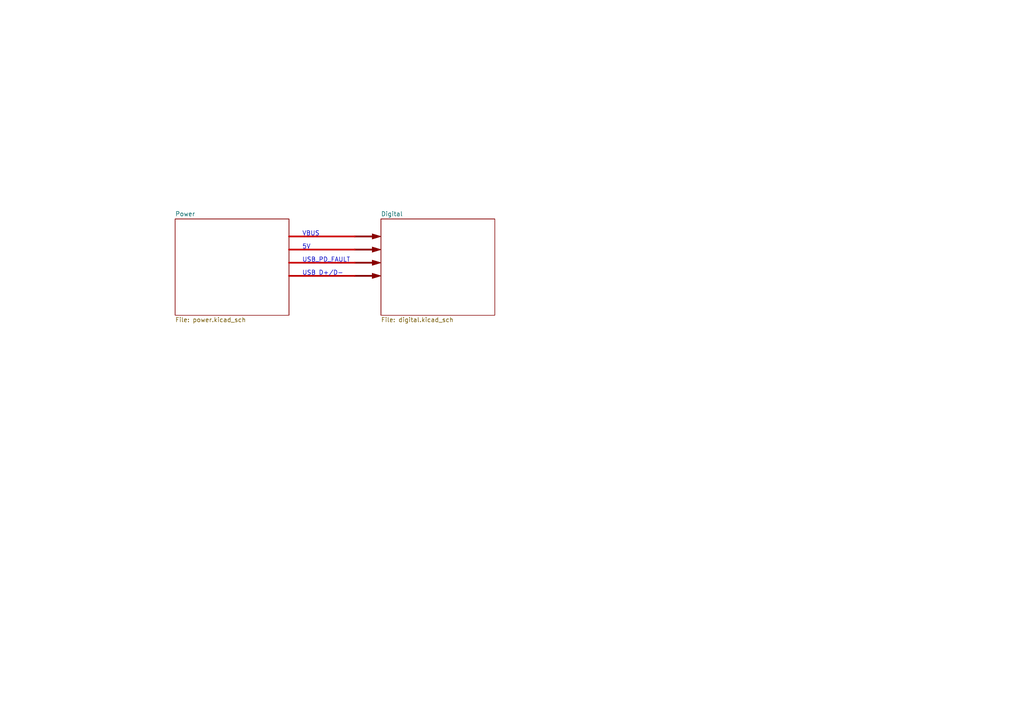
<source format=kicad_sch>
(kicad_sch (version 20230121) (generator eeschema)
  (paper "A4")
  (title_block (title "ExploSnake") (date "2023-10-19") (rev "r1") (company "Team 2"))
  (lib_symbols
    (symbol "Graphic:SYM_Arrow_Large" (in_bom no) (on_board no)
      (symbol "SYM_Arrow_Large_0_1"
        (polyline (pts (xy 2.54 0) (xy -3.81 0)) (stroke (width 0.508)))
        (polyline (pts (xy 3.81 0) (xy 1.27 -0.762) (xy 1.27 0.762) (xy 3.81 0)) (fill (type outline)))
      )
    )
  )
  (polyline (pts (xy 83.82 80.01) (xy 102.87 80.01)) (stroke (width 0.5) (type solid) (color 192 0 0 1)))
  (polyline (pts (xy 83.82 68.58) (xy 102.87 68.58)) (stroke (width 0.5) (type solid) (color 192 0 0 1)))
  (polyline (pts (xy 83.82 76.2) (xy 102.87 76.2)) (stroke (width 0.5) (type solid) (color 192 0 0 1)))
  (polyline (pts (xy 83.82 72.39) (xy 102.87 72.39)) (stroke (width 0.5) (type solid) (color 192 0 0 1)))
  (text "5V" (at 87.63 72.39 0) (effects (font (size 1.27 1.27)) (justify left bottom)))
  (text "USB D+/D-" (at 87.63 80.01 0) (effects (font (size 1.27 1.27)) (justify left bottom)))
  (text "USB_PD_FAULT" (at 87.63 76.2 0) (effects (font (size 1.27 1.27)) (justify left bottom)))
  (text "VBUS" (at 87.63 68.58 0) (effects (font (size 1.27 1.27)) (justify left bottom)))
  (symbol (lib_id "Graphic:SYM_Arrow_Large") (at 106.68 76.2 0) (unit 1) (in_bom no) (on_board no)
    (property "Reference" "#SYM3" (effects hide))
    (property "Value" "SYM_Arrow_Large" (effects hide))
    (property "Sim.Enable" "0" (effects hide))
  )
  (symbol (lib_id "Graphic:SYM_Arrow_Large") (at 106.68 72.39 0) (unit 1) (in_bom no) (on_board no)
    (property "Reference" "#SYM2" (effects hide))
    (property "Value" "SYM_Arrow_Large" (effects hide))
    (property "Sim.Enable" "0" (effects hide))
  )
  (symbol (lib_id "Graphic:SYM_Arrow_Large") (at 106.68 80.01 0) (unit 1) (in_bom no) (on_board no)
    (property "Reference" "#SYM4" (effects hide))
    (property "Value" "SYM_Arrow_Large" (effects hide))
    (property "Sim.Enable" "0" (effects hide))
  )
  (symbol (lib_id "Graphic:SYM_Arrow_Large") (at 106.68 68.58 0) (unit 1) (in_bom no) (on_board no)
    (property "Reference" "#SYM1" (effects hide))
    (property "Value" "SYM_Arrow_Large" (effects hide))
    (property "Sim.Enable" "0" (effects hide))
  )
  (sheet (at 50.8 63.5) (size 33.02 27.94) (stroke (width 0.1524))
    (property "Sheetname" "Power" (at 50.8 62.7884 0) (effects (justify left bottom)))
    (property "Sheetfile" "power.kicad_sch" (at 50.8 92.0246 0) (effects (justify left top)))
  )
  (sheet (at 110.49 63.5) (size 33.02 27.94) (stroke (width 0.1524))
    (property "Sheetname" "Digital" (at 110.49 62.7884 0) (effects (justify left bottom)))
    (property "Sheetfile" "digital.kicad_sch" (at 110.49 92.0246 0) (effects (justify left top)))
  )
)
</source>
